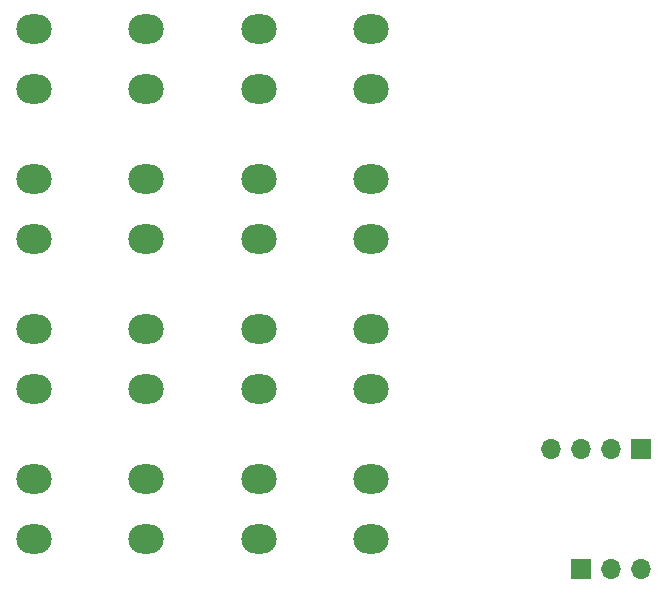
<source format=gbr>
%TF.GenerationSoftware,KiCad,Pcbnew,(6.0.8)*%
%TF.CreationDate,2022-11-01T17:44:15+01:00*%
%TF.ProjectId,BURC_16SwitchEncoder_JRFormat,42555243-5f31-4365-9377-69746368456e,v1.0*%
%TF.SameCoordinates,Original*%
%TF.FileFunction,Copper,L2,Bot*%
%TF.FilePolarity,Positive*%
%FSLAX46Y46*%
G04 Gerber Fmt 4.6, Leading zero omitted, Abs format (unit mm)*
G04 Created by KiCad (PCBNEW (6.0.8)) date 2022-11-01 17:44:15*
%MOMM*%
%LPD*%
G01*
G04 APERTURE LIST*
%TA.AperFunction,ComponentPad*%
%ADD10R,1.700000X1.700000*%
%TD*%
%TA.AperFunction,ComponentPad*%
%ADD11O,1.700000X1.700000*%
%TD*%
%TA.AperFunction,ComponentPad*%
%ADD12O,3.000000X2.500000*%
%TD*%
G04 APERTURE END LIST*
D10*
%TO.P,J4,1,Pin_1*%
%TO.N,GND*%
X185420000Y-119380000D03*
D11*
%TO.P,J4,2,Pin_2*%
%TO.N,+5V*%
X182880000Y-119380000D03*
%TO.P,J4,3,Pin_3*%
%TO.N,/A4*%
X180340000Y-119380000D03*
%TO.P,J4,4,Pin_4*%
%TO.N,Net-(J2-Pad2)*%
X177800000Y-119380000D03*
%TD*%
D12*
%TO.P,SW12,1,A*%
%TO.N,GND*%
X162560000Y-109220000D03*
%TO.P,SW12,2,B*%
%TO.N,/C12*%
X162560000Y-114300000D03*
%TD*%
%TO.P,SW7,1,A*%
%TO.N,GND*%
X153035000Y-96520000D03*
%TO.P,SW7,2,B*%
%TO.N,/C7*%
X153035000Y-101600000D03*
%TD*%
%TO.P,SW5,1,A*%
%TO.N,GND*%
X133985000Y-96520000D03*
%TO.P,SW5,2,B*%
%TO.N,/C5*%
X133985000Y-101600000D03*
%TD*%
D10*
%TO.P,J2,1,Pin_1*%
%TO.N,/A5*%
X180340000Y-129540000D03*
D11*
%TO.P,J2,2,Pin_2*%
%TO.N,Net-(J2-Pad2)*%
X182880000Y-129540000D03*
%TO.P,J2,3,Pin_3*%
%TO.N,GND*%
X185420000Y-129540000D03*
%TD*%
D12*
%TO.P,SW13,1,A*%
%TO.N,GND*%
X133985000Y-121920000D03*
%TO.P,SW13,2,B*%
%TO.N,/C13*%
X133985000Y-127000000D03*
%TD*%
%TO.P,SW10,1,A*%
%TO.N,GND*%
X143510000Y-109220000D03*
%TO.P,SW10,2,B*%
%TO.N,/C10*%
X143510000Y-114300000D03*
%TD*%
%TO.P,SW1,1,A*%
%TO.N,GND*%
X133985000Y-83820000D03*
%TO.P,SW1,2,B*%
%TO.N,/C1*%
X133985000Y-88900000D03*
%TD*%
%TO.P,SW3,1,A*%
%TO.N,GND*%
X153035000Y-83820000D03*
%TO.P,SW3,2,B*%
%TO.N,/C3*%
X153035000Y-88900000D03*
%TD*%
%TO.P,SW16,1,A*%
%TO.N,GND*%
X162560000Y-121920000D03*
%TO.P,SW16,2,B*%
%TO.N,/C16*%
X162560000Y-127000000D03*
%TD*%
%TO.P,SW8,1,A*%
%TO.N,GND*%
X162560000Y-96520000D03*
%TO.P,SW8,2,B*%
%TO.N,/C8*%
X162560000Y-101600000D03*
%TD*%
%TO.P,SW9,1,A*%
%TO.N,GND*%
X133985000Y-109220000D03*
%TO.P,SW9,2,B*%
%TO.N,/C9*%
X133985000Y-114300000D03*
%TD*%
%TO.P,SW2,1,A*%
%TO.N,GND*%
X143510000Y-83820000D03*
%TO.P,SW2,2,B*%
%TO.N,/C2*%
X143510000Y-88900000D03*
%TD*%
%TO.P,SW4,1,A*%
%TO.N,GND*%
X162560000Y-83820000D03*
%TO.P,SW4,2,B*%
%TO.N,/C4*%
X162560000Y-88900000D03*
%TD*%
%TO.P,SW15,1,A*%
%TO.N,GND*%
X153035000Y-121920000D03*
%TO.P,SW15,2,B*%
%TO.N,/C15*%
X153035000Y-127000000D03*
%TD*%
%TO.P,SW6,1,A*%
%TO.N,GND*%
X143510000Y-96520000D03*
%TO.P,SW6,2,B*%
%TO.N,/C6*%
X143510000Y-101600000D03*
%TD*%
%TO.P,SW14,1,A*%
%TO.N,GND*%
X143510000Y-121920000D03*
%TO.P,SW14,2,B*%
%TO.N,/C14*%
X143510000Y-127000000D03*
%TD*%
%TO.P,SW11,1,A*%
%TO.N,GND*%
X153035000Y-109220000D03*
%TO.P,SW11,2,B*%
%TO.N,/C11*%
X153035000Y-114300000D03*
%TD*%
M02*

</source>
